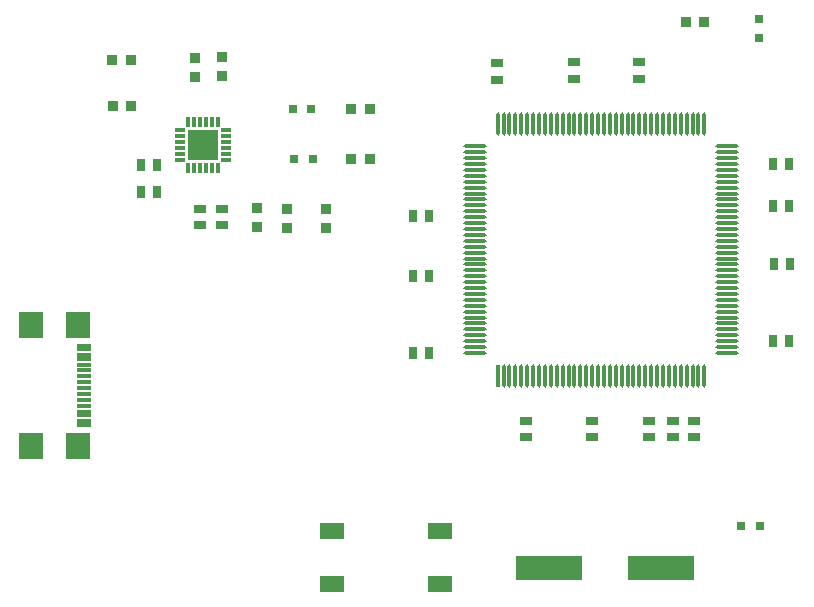
<source format=gtp>
G04*
G04 #@! TF.GenerationSoftware,Altium Limited,Altium Designer,22.9.1 (49)*
G04*
G04 Layer_Color=8421504*
%FSLAX25Y25*%
%MOIN*%
G70*
G04*
G04 #@! TF.SameCoordinates,4F3841DE-4AA8-461A-9A8C-39A9ABFBA23C*
G04*
G04*
G04 #@! TF.FilePolarity,Positive*
G04*
G01*
G75*
%ADD15R,0.10039X0.10039*%
%ADD16R,0.01181X0.03347*%
%ADD17R,0.03347X0.01181*%
%ADD18R,0.01230X0.07698*%
G04:AMPARAMS|DCode=19|XSize=76.98mil|YSize=12.3mil|CornerRadius=6.15mil|HoleSize=0mil|Usage=FLASHONLY|Rotation=90.000|XOffset=0mil|YOffset=0mil|HoleType=Round|Shape=RoundedRectangle|*
%AMROUNDEDRECTD19*
21,1,0.07698,0.00000,0,0,90.0*
21,1,0.06468,0.01230,0,0,90.0*
1,1,0.01230,0.00000,0.03234*
1,1,0.01230,0.00000,-0.03234*
1,1,0.01230,0.00000,-0.03234*
1,1,0.01230,0.00000,0.03234*
%
%ADD19ROUNDEDRECTD19*%
G04:AMPARAMS|DCode=20|XSize=12.3mil|YSize=76.98mil|CornerRadius=6.15mil|HoleSize=0mil|Usage=FLASHONLY|Rotation=90.000|XOffset=0mil|YOffset=0mil|HoleType=Round|Shape=RoundedRectangle|*
%AMROUNDEDRECTD20*
21,1,0.01230,0.06468,0,0,90.0*
21,1,0.00000,0.07698,0,0,90.0*
1,1,0.01230,0.03234,0.00000*
1,1,0.01230,0.03234,0.00000*
1,1,0.01230,-0.03234,0.00000*
1,1,0.01230,-0.03234,0.00000*
%
%ADD20ROUNDEDRECTD20*%
%ADD21R,0.04528X0.01181*%
%ADD22R,0.07874X0.08583*%
%ADD23R,0.03543X0.03740*%
%ADD24R,0.03071X0.03898*%
%ADD25R,0.03898X0.03071*%
%ADD26R,0.08268X0.05512*%
%ADD27R,0.22047X0.08268*%
%ADD28R,0.03150X0.03150*%
%ADD29R,0.03150X0.03150*%
%ADD30R,0.03740X0.03543*%
D15*
X75000Y245500D02*
D03*
D16*
X70079Y253177D02*
D03*
X72047D02*
D03*
X74016D02*
D03*
X75984D02*
D03*
X77953D02*
D03*
X79921D02*
D03*
Y237823D02*
D03*
X77953D02*
D03*
X75984D02*
D03*
X74016D02*
D03*
X72047D02*
D03*
X70079D02*
D03*
D17*
X82677Y250421D02*
D03*
Y248453D02*
D03*
Y246484D02*
D03*
Y244516D02*
D03*
Y242547D02*
D03*
Y240579D02*
D03*
X67323D02*
D03*
Y242547D02*
D03*
Y244516D02*
D03*
Y246484D02*
D03*
Y248453D02*
D03*
Y250421D02*
D03*
D18*
X173222Y168648D02*
D03*
D19*
X175190D02*
D03*
X177159D02*
D03*
X179127D02*
D03*
X181096D02*
D03*
X183064D02*
D03*
X185033D02*
D03*
X187001D02*
D03*
X188970D02*
D03*
X190938D02*
D03*
X192907D02*
D03*
X194875D02*
D03*
X196844D02*
D03*
X198812D02*
D03*
X200781D02*
D03*
X202749D02*
D03*
X204718D02*
D03*
X206686D02*
D03*
X208655D02*
D03*
X210623D02*
D03*
X212592D02*
D03*
X214560D02*
D03*
X216529D02*
D03*
X218497D02*
D03*
X220466D02*
D03*
X222434D02*
D03*
X224403D02*
D03*
X226371D02*
D03*
X228340D02*
D03*
X230308D02*
D03*
X232277D02*
D03*
X234245D02*
D03*
X236214D02*
D03*
X238182D02*
D03*
X240151D02*
D03*
X242119D02*
D03*
Y252707D02*
D03*
X240151D02*
D03*
X238182D02*
D03*
X236214D02*
D03*
X234245D02*
D03*
X232277D02*
D03*
X230308D02*
D03*
X228340D02*
D03*
X226371D02*
D03*
X224403D02*
D03*
X222434D02*
D03*
X220466D02*
D03*
X218497D02*
D03*
X216529D02*
D03*
X214560D02*
D03*
X212592D02*
D03*
X210623D02*
D03*
X208655D02*
D03*
X206686D02*
D03*
X204718D02*
D03*
X202749D02*
D03*
X200781D02*
D03*
X198812D02*
D03*
X196844D02*
D03*
X194875D02*
D03*
X192907D02*
D03*
X190938D02*
D03*
X188970D02*
D03*
X187001D02*
D03*
X185033D02*
D03*
X183064D02*
D03*
X181096D02*
D03*
X179127D02*
D03*
X177159D02*
D03*
X175190D02*
D03*
X173222D02*
D03*
D20*
X249700Y176228D02*
D03*
Y178197D02*
D03*
Y180165D02*
D03*
Y182134D02*
D03*
Y184102D02*
D03*
Y186071D02*
D03*
Y188039D02*
D03*
Y190008D02*
D03*
Y191976D02*
D03*
Y193945D02*
D03*
Y195913D02*
D03*
Y197882D02*
D03*
Y199850D02*
D03*
Y201819D02*
D03*
Y203787D02*
D03*
Y205756D02*
D03*
Y207724D02*
D03*
Y209693D02*
D03*
Y211661D02*
D03*
Y213630D02*
D03*
Y215598D02*
D03*
Y217567D02*
D03*
Y219535D02*
D03*
Y221504D02*
D03*
Y223472D02*
D03*
Y225441D02*
D03*
Y227410D02*
D03*
Y229378D02*
D03*
Y231347D02*
D03*
Y233315D02*
D03*
Y235283D02*
D03*
Y237252D02*
D03*
Y239220D02*
D03*
Y241189D02*
D03*
Y243158D02*
D03*
Y245126D02*
D03*
X165641D02*
D03*
Y243158D02*
D03*
Y241189D02*
D03*
Y239220D02*
D03*
Y237252D02*
D03*
Y235283D02*
D03*
Y233315D02*
D03*
Y231347D02*
D03*
Y229378D02*
D03*
Y227410D02*
D03*
Y225441D02*
D03*
Y223472D02*
D03*
Y221504D02*
D03*
Y219535D02*
D03*
Y217567D02*
D03*
Y215598D02*
D03*
Y213630D02*
D03*
Y211661D02*
D03*
Y209693D02*
D03*
Y207724D02*
D03*
Y205756D02*
D03*
Y203787D02*
D03*
Y201819D02*
D03*
Y199850D02*
D03*
Y197882D02*
D03*
Y195913D02*
D03*
Y193945D02*
D03*
Y191976D02*
D03*
Y190008D02*
D03*
Y188039D02*
D03*
Y186071D02*
D03*
Y184102D02*
D03*
Y182134D02*
D03*
Y180165D02*
D03*
Y178197D02*
D03*
Y176228D02*
D03*
D21*
X35480Y178689D02*
D03*
Y175539D02*
D03*
Y170421D02*
D03*
Y166484D02*
D03*
Y164516D02*
D03*
Y160579D02*
D03*
Y155461D02*
D03*
Y152311D02*
D03*
Y153492D02*
D03*
Y156642D02*
D03*
Y158610D02*
D03*
Y162547D02*
D03*
Y168453D02*
D03*
Y172390D02*
D03*
Y174358D02*
D03*
Y177508D02*
D03*
D22*
X17744Y185618D02*
D03*
Y145382D02*
D03*
X33217Y185618D02*
D03*
Y145382D02*
D03*
D23*
X235850Y286500D02*
D03*
X242150D02*
D03*
X51150Y258500D02*
D03*
X44850D02*
D03*
X44701Y274000D02*
D03*
X51000D02*
D03*
X124350Y241000D02*
D03*
X130650D02*
D03*
X124350Y257500D02*
D03*
X130650D02*
D03*
D24*
X144944Y176319D02*
D03*
X150456D02*
D03*
X144944Y201819D02*
D03*
X150456D02*
D03*
X144944Y221819D02*
D03*
X150456D02*
D03*
X270756Y206000D02*
D03*
X265244D02*
D03*
X270456Y225319D02*
D03*
X264944D02*
D03*
X270456Y239319D02*
D03*
X264944D02*
D03*
X270456Y180319D02*
D03*
X264944D02*
D03*
X54244Y230000D02*
D03*
X59756D02*
D03*
X54244Y239000D02*
D03*
X59756D02*
D03*
D25*
X220200Y267563D02*
D03*
Y273075D02*
D03*
X173000Y272756D02*
D03*
Y267244D02*
D03*
X182700Y148063D02*
D03*
Y153575D02*
D03*
X204700Y148063D02*
D03*
Y153575D02*
D03*
X198700Y273075D02*
D03*
Y267563D02*
D03*
X231700Y148063D02*
D03*
Y153575D02*
D03*
X238700Y148063D02*
D03*
Y153575D02*
D03*
X81500Y218744D02*
D03*
Y224256D02*
D03*
X74000Y218744D02*
D03*
Y224256D02*
D03*
X223700Y148063D02*
D03*
Y153575D02*
D03*
D26*
X118087Y116858D02*
D03*
X153913D02*
D03*
X118087Y99142D02*
D03*
X153913D02*
D03*
D27*
X227701Y104500D02*
D03*
X190299D02*
D03*
D28*
X254350Y118500D02*
D03*
X260650D02*
D03*
X104850Y257500D02*
D03*
X111150D02*
D03*
X105350Y241000D02*
D03*
X111650D02*
D03*
D29*
X260500Y287650D02*
D03*
Y281350D02*
D03*
D30*
X93000Y218350D02*
D03*
Y224650D02*
D03*
X103000Y217850D02*
D03*
Y224150D02*
D03*
X116000D02*
D03*
Y217850D02*
D03*
X72500Y268350D02*
D03*
Y274650D02*
D03*
X81500Y274799D02*
D03*
Y268500D02*
D03*
M02*

</source>
